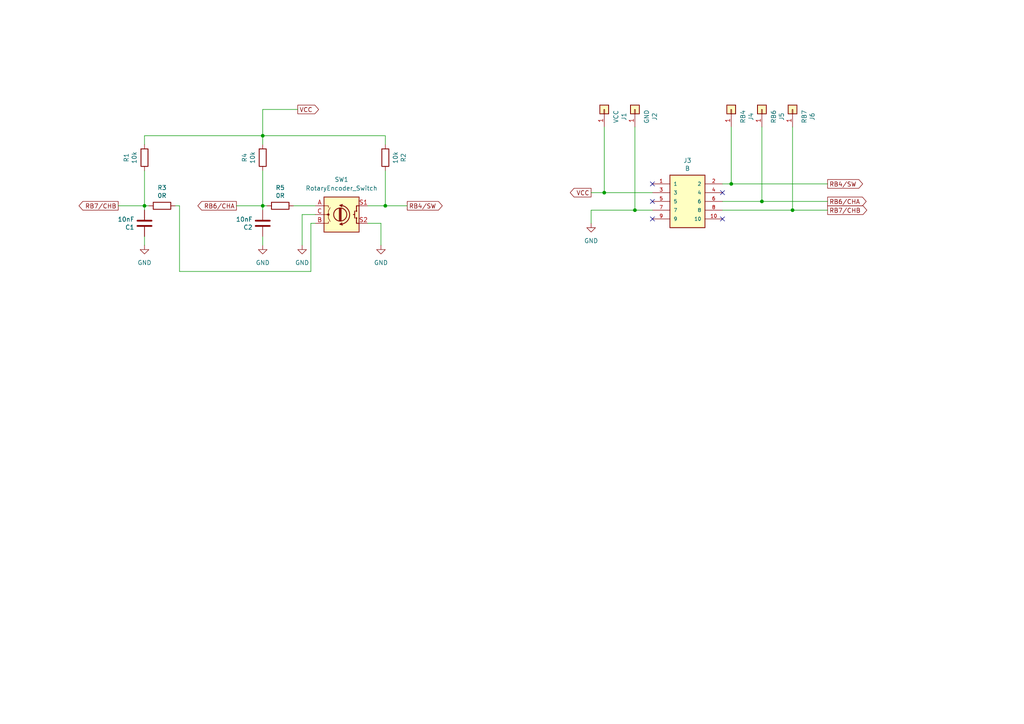
<source format=kicad_sch>
(kicad_sch (version 20211123) (generator eeschema)
  (paper "A4")
  (title_block (title "Rotary encoder for Input Sel V2b") (date "2022-04-27") (rev "V1"))
  (lib_symbols
    (symbol "Connector_Generic:Conn_01x01" (pin_names (offset 1.016) hide)
      (property "Reference" "J" (at 0 2.54 0))
      (property "Value" "Conn_01x01" (at 0 -2.54 0))
      (symbol "Conn_01x01_1_1"
        (rectangle (start -1.27 0.127) (end 0 -0.127) (stroke (width 0.1524)))
        (rectangle (start -1.27 1.27) (end 1.27 -1.27) (stroke (width 0.254)) (fill (type background)))
        (pin passive line (at -5.08 0 0) (length 3.81) (name "Pin_1") (number "1"))
      )
    )
    (symbol "Device:C" (pin_numbers hide) (pin_names (offset 0.254))
      (property "Reference" "C" (at 0.635 2.54 0))
      (property "Value" "C" (at 0.635 -2.54 0))
      (symbol "C_0_1"
        (polyline (pts (xy -2.032 -0.762) (xy 2.032 -0.762)) (stroke (width 0.508)))
        (polyline (pts (xy -2.032 0.762) (xy 2.032 0.762)) (stroke (width 0.508)))
      )
      (symbol "C_1_1"
        (pin passive line (at 0 3.81 270) (length 2.794) (name "~") (number "1"))
        (pin passive line (at 0 -3.81 90) (length 2.794) (name "~") (number "2"))
      )
    )
    (symbol "Device:R" (pin_numbers hide) (pin_names (offset 0))
      (property "Reference" "R" (at 2.032 0 90))
      (property "Value" "R" (at 0 0 90))
      (symbol "R_0_1"
        (rectangle (start -1.016 -2.54) (end 1.016 2.54) (stroke (width 0.254)))
      )
      (symbol "R_1_1"
        (pin passive line (at 0 3.81 270) (length 1.27) (name "~") (number "1"))
        (pin passive line (at 0 -3.81 90) (length 1.27) (name "~") (number "2"))
      )
    )
    (symbol "Device:RotaryEncoder_Switch" (pin_names (offset 0.254) hide)
      (property "Reference" "SW" (at 0 6.604 0))
      (property "Value" "RotaryEncoder_Switch" (at 0 -6.604 0))
      (symbol "RotaryEncoder_Switch_0_1"
        (rectangle (start -5.08 5.08) (end 5.08 -5.08) (stroke (width 0.254)) (fill (type background)))
        (circle (center -3.81 0) (radius 0.254) (fill (type outline)))
        (arc (start -0.381 -2.794) (mid 2.3622 -0.0635) (end -0.381 2.667) (stroke (width 0.254)))
        (circle (center -0.381 0) (radius 1.905) (stroke (width 0.254)))
        (polyline (pts (xy -0.635 -1.778) (xy -0.635 1.778)) (stroke (width 0.254)))
        (polyline (pts (xy -0.381 -1.778) (xy -0.381 1.778)) (stroke (width 0.254)))
        (polyline (pts (xy -0.127 1.778) (xy -0.127 -1.778)) (stroke (width 0.254)))
        (polyline (pts (xy 3.81 0) (xy 3.429 0)) (stroke (width 0.254)))
        (polyline (pts (xy 3.81 1.016) (xy 3.81 -1.016)) (stroke (width 0.254)))
        (polyline (pts (xy -5.08 -2.54) (xy -3.81 -2.54) (xy -3.81 -2.032)))
        (polyline (pts (xy -5.08 2.54) (xy -3.81 2.54) (xy -3.81 2.032)))
        (polyline (pts (xy 0.254 -3.048) (xy -0.508 -2.794) (xy 0.127 -2.413)) (stroke (width 0.254)))
        (polyline (pts (xy 0.254 2.921) (xy -0.508 2.667) (xy 0.127 2.286)) (stroke (width 0.254)))
        (polyline (pts (xy 5.08 -2.54) (xy 4.318 -2.54) (xy 4.318 -1.016)) (stroke (width 0.254)))
        (polyline (pts (xy 5.08 2.54) (xy 4.318 2.54) (xy 4.318 1.016)) (stroke (width 0.254)))
        (polyline (pts (xy -5.08 0) (xy -3.81 0) (xy -3.81 -1.016) (xy -3.302 -2.032)))
        (polyline (pts (xy -4.318 0) (xy -3.81 0) (xy -3.81 1.016) (xy -3.302 2.032)))
        (circle (center 4.318 -1.016) (radius 0.127) (stroke (width 0.254)))
        (circle (center 4.318 1.016) (radius 0.127) (stroke (width 0.254)))
      )
      (symbol "RotaryEncoder_Switch_1_1"
        (pin passive line (at -7.62 2.54 0) (length 2.54) (name "A") (number "A"))
        (pin passive line (at -7.62 -2.54 0) (length 2.54) (name "B") (number "B"))
        (pin passive line (at -7.62 0 0) (length 2.54) (name "C") (number "C"))
        (pin passive line (at 7.62 2.54 180) (length 2.54) (name "S1") (number "S1"))
        (pin passive line (at 7.62 -2.54 180) (length 2.54) (name "S2") (number "S2"))
      )
    )
    (symbol "kicad-snk:TE_CONN_RCPT_10POS_0.1_TIN_PCB" (pin_names (offset 1.016))
      (property "Reference" "J" (at -5.08 8.255 0))
      (property "Value" "TE_CONN_RCPT_10POS_0.1_TIN_PCB" (at -5.08 -10.1854 0))
      (symbol "TE_CONN_RCPT_10POS_0.1_TIN_PCB_0_0"
        (rectangle (start -5.08 -7.62) (end 5.08 7.62) (stroke (width 0.254)) (fill (type background)))
        (pin passive line (at -10.16 5.08 0) (length 5.08) (name "1") (number "1"))
        (pin passive line (at 10.16 -5.08 180) (length 5.08) (name "10") (number "10"))
        (pin passive line (at 10.16 5.08 180) (length 5.08) (name "2") (number "2"))
        (pin passive line (at -10.16 2.54 0) (length 5.08) (name "3") (number "3"))
        (pin passive line (at 10.16 2.54 180) (length 5.08) (name "4") (number "4"))
        (pin passive line (at -10.16 0 0) (length 5.08) (name "5") (number "5"))
        (pin passive line (at 10.16 0 180) (length 5.08) (name "6") (number "6"))
        (pin passive line (at -10.16 -2.54 0) (length 5.08) (name "7") (number "7"))
        (pin passive line (at 10.16 -2.54 180) (length 5.08) (name "8") (number "8"))
        (pin passive line (at -10.16 -5.08 0) (length 5.08) (name "9") (number "9"))
      )
    )
    (symbol "power:GND" (power) (pin_names (offset 0))
      (property "Value" "GND" (at 0 -3.81 0))
      (symbol "GND_0_1"
        (polyline (pts (xy 0 0) (xy 0 -1.27) (xy 1.27 -1.27) (xy 0 -2.54) (xy -1.27 -1.27) (xy 0 -1.27)))
      )
      (symbol "GND_1_1"
        (pin power_in line (at 0 0 270) (length 0) hide (name "GND") (number "1"))
      )
    )
  )
  (junction (at 76.2 39.37))
  (junction (at 220.98 58.42))
  (junction (at 111.76 59.69))
  (junction (at 76.2 59.69))
  (junction (at 175.26 55.88))
  (junction (at 184.15 60.96))
  (junction (at 212.09 53.34))
  (junction (at 229.87 60.96))
  (junction (at 41.91 59.69))
  (no_connect (at 209.55 55.88))
  (no_connect (at 209.55 63.5))
  (no_connect (at 189.23 63.5))
  (no_connect (at 189.23 58.42))
  (no_connect (at 189.23 53.34))
  (wire (pts (xy 68.58 59.69) (xy 76.2 59.69)))
  (wire (pts (xy 76.2 39.37) (xy 111.76 39.37)))
  (wire (pts (xy 76.2 59.69) (xy 76.2 60.96)))
  (wire (pts (xy 91.44 62.23) (xy 87.63 62.23)))
  (wire (pts (xy 43.18 59.69) (xy 41.91 59.69)))
  (wire (pts (xy 41.91 39.37) (xy 41.91 41.91)))
  (wire (pts (xy 76.2 39.37) (xy 76.2 41.91)))
  (wire (pts (xy 76.2 68.58) (xy 76.2 71.12)))
  (wire (pts (xy 229.87 36.83) (xy 229.87 60.96)))
  (wire (pts (xy 220.98 36.83) (xy 220.98 58.42)))
  (wire (pts (xy 76.2 31.75) (xy 76.2 39.37)))
  (wire (pts (xy 184.15 60.96) (xy 189.23 60.96)))
  (wire (pts (xy 175.26 36.83) (xy 175.26 55.88)))
  (wire (pts (xy 111.76 59.69) (xy 118.11 59.69)))
  (wire (pts (xy 171.45 55.88) (xy 175.26 55.88)))
  (wire (pts (xy 110.49 64.77) (xy 110.49 71.12)))
  (wire (pts (xy 212.09 53.34) (xy 240.03 53.34)))
  (wire (pts (xy 212.09 36.83) (xy 212.09 53.34)))
  (wire (pts (xy 171.45 60.96) (xy 171.45 64.77)))
  (wire (pts (xy 41.91 39.37) (xy 76.2 39.37)))
  (wire (pts (xy 229.87 60.96) (xy 240.03 60.96)))
  (wire (pts (xy 111.76 59.69) (xy 111.76 49.53)))
  (wire (pts (xy 85.09 59.69) (xy 91.44 59.69)))
  (wire (pts (xy 50.8 59.69) (xy 52.07 59.69)))
  (wire (pts (xy 52.07 59.69) (xy 52.07 78.74)))
  (wire (pts (xy 90.17 64.77) (xy 91.44 64.77)))
  (wire (pts (xy 220.98 58.42) (xy 240.03 58.42)))
  (wire (pts (xy 87.63 62.23) (xy 87.63 71.12)))
  (wire (pts (xy 209.55 58.42) (xy 220.98 58.42)))
  (wire (pts (xy 76.2 49.53) (xy 76.2 59.69)))
  (wire (pts (xy 52.07 78.74) (xy 90.17 78.74)))
  (wire (pts (xy 41.91 49.53) (xy 41.91 59.69)))
  (wire (pts (xy 41.91 68.58) (xy 41.91 71.12)))
  (wire (pts (xy 209.55 60.96) (xy 229.87 60.96)))
  (wire (pts (xy 34.29 59.69) (xy 41.91 59.69)))
  (wire (pts (xy 106.68 59.69) (xy 111.76 59.69)))
  (wire (pts (xy 77.47 59.69) (xy 76.2 59.69)))
  (wire (pts (xy 111.76 41.91) (xy 111.76 39.37)))
  (wire (pts (xy 86.36 31.75) (xy 76.2 31.75)))
  (wire (pts (xy 175.26 55.88) (xy 189.23 55.88)))
  (wire (pts (xy 41.91 59.69) (xy 41.91 60.96)))
  (wire (pts (xy 171.45 60.96) (xy 184.15 60.96)))
  (wire (pts (xy 209.55 53.34) (xy 212.09 53.34)))
  (wire (pts (xy 90.17 78.74) (xy 90.17 64.77)))
  (wire (pts (xy 184.15 36.83) (xy 184.15 60.96)))
  (wire (pts (xy 110.49 64.77) (xy 106.68 64.77)))
  (global_label "RB4{slash}SW" (shape output) (at 118.11 59.69 0) (property "Intersheet References" "${INTERSHEET_REFS}" (effects hide)))
  (global_label "RB7{slash}CHB" (shape output) (at 240.03 60.96 0) (property "Intersheet References" "${INTERSHEET_REFS}" (effects hide)))
  (global_label "RB7{slash}CHB" (shape output) (at 34.29 59.69 180) (property "Intersheet References" "${INTERSHEET_REFS}" (effects hide)))
  (global_label "RB6{slash}CHA" (shape output) (at 68.58 59.69 180) (property "Intersheet References" "${INTERSHEET_REFS}" (effects hide)))
  (global_label "RB4{slash}SW" (shape output) (at 240.03 53.34 0) (property "Intersheet References" "${INTERSHEET_REFS}" (effects hide)))
  (global_label "VCC" (shape output) (at 171.45 55.88 180) (property "Intersheet References" "${INTERSHEET_REFS}" (effects hide)))
  (global_label "VCC" (shape output) (at 86.36 31.75 0) (property "Intersheet References" "${INTERSHEET_REFS}" (effects hide)))
  (global_label "RB6{slash}CHA" (shape output) (at 240.03 58.42 0) (property "Intersheet References" "${INTERSHEET_REFS}" (effects hide)))
  (symbol (lib_id "Device:C") (at 41.91 64.77 180) (unit 1)
    (property "Reference" "C1" (at 38.989 65.9384 0) (effects (justify left)))
    (property "Value" "10nF" (at 38.989 63.627 0) (effects (justify left)))
    (property "Footprint" "Capacitor_SMD:C_0603_1608Metric_Pad1.08x0.95mm_HandSolder" (effects hide))
    (property "manf#" "CL10B103KB8NNNC" (effects hide))
  )
  (symbol (lib_id "Connector_Generic:Conn_01x01") (at 175.26 31.75 90) (unit 1)
    (property "Reference" "J1" (at 180.975 33.8328 0))
    (property "Value" "VCC" (at 178.6636 33.8328 0))
    (property "Footprint" "Connector_Pin:Pin_D1.0mm_L10.0mm" (effects hide))
  )
  (symbol (lib_id "Device:R") (at 81.28 59.69 270) (unit 1)
    (property "Reference" "R5" (at 81.28 54.4322 90))
    (property "Value" "0R" (at 81.28 56.7436 90))
    (property "Footprint" "Resistor_SMD:R_0603_1608Metric_Pad0.98x0.95mm_HandSolder" (effects hide))
    (property "manf#" "RT0603FRE074K99L" (effects hide))
  )
  (symbol (lib_id "Device:C") (at 76.2 64.77 180) (unit 1)
    (property "Reference" "C2" (at 73.279 65.9384 0) (effects (justify left)))
    (property "Value" "10nF" (at 73.279 63.627 0) (effects (justify left)))
    (property "Footprint" "Capacitor_SMD:C_0603_1608Metric_Pad1.08x0.95mm_HandSolder" (effects hide))
    (property "manf#" "CL10B103KB8NNNC" (effects hide))
  )
  (symbol (lib_id "Connector_Generic:Conn_01x01") (at 220.98 31.75 90) (unit 1)
    (property "Reference" "J5" (at 226.695 33.8328 0))
    (property "Value" "RB6" (at 224.3836 33.8328 0))
    (property "Footprint" "Connector_Pin:Pin_D1.0mm_L10.0mm" (effects hide))
  )
  (symbol (lib_id "power:GND") (at 87.63 71.12 0) (unit 1)
    (property "Reference" "#PWR0104" (effects hide))
    (property "Value" "GND" (at 87.63 76.2 0))
  )
  (symbol (lib_id "Connector_Generic:Conn_01x01") (at 229.87 31.75 90) (unit 1)
    (property "Reference" "J6" (at 235.585 33.8328 0))
    (property "Value" "RB7" (at 233.2736 33.8328 0))
    (property "Footprint" "Connector_Pin:Pin_D1.0mm_L10.0mm" (effects hide))
  )
  (symbol (lib_id "kicad-snk:TE_CONN_RCPT_10POS_0.1_TIN_PCB") (at 199.39 58.42 0) (unit 1)
    (property "Reference" "J3" (at 199.39 46.5582 0))
    (property "Value" "B" (at 199.39 48.8696 0))
    (property "Footprint" "kicad-snk:TE_CONN_RCPT_10POS_0.1_TIN_PCB" (effects hide))
    (property "Comment" "1-338068-0" (effects hide))
    (property "EU_RoHS_Compliance" "Compliant" (effects hide))
    (property "manf#" "1-215079-0" (effects hide))
  )
  (symbol (lib_id "Device:R") (at 76.2 45.72 0) (unit 1)
    (property "Reference" "R4" (at 70.9422 45.72 90))
    (property "Value" "10k" (at 73.2536 45.72 90))
    (property "Footprint" "Resistor_SMD:R_0603_1608Metric_Pad0.98x0.95mm_HandSolder" (effects hide))
    (property "manf#" "RT0603FRE074K99L" (effects hide))
  )
  (symbol (lib_id "Connector_Generic:Conn_01x01") (at 212.09 31.75 90) (unit 1)
    (property "Reference" "J4" (at 217.805 33.8328 0))
    (property "Value" "RB4" (at 215.4936 33.8328 0))
    (property "Footprint" "Connector_Pin:Pin_D1.0mm_L10.0mm" (effects hide))
  )
  (symbol (lib_id "Device:R") (at 46.99 59.69 270) (unit 1)
    (property "Reference" "R3" (at 46.99 54.4322 90))
    (property "Value" "0R" (at 46.99 56.7436 90))
    (property "Footprint" "Resistor_SMD:R_0603_1608Metric_Pad0.98x0.95mm_HandSolder" (effects hide))
    (property "manf#" "RT0603FRE074K99L" (effects hide))
  )
  (symbol (lib_id "Device:RotaryEncoder_Switch") (at 99.06 62.23 0) (unit 1)
    (property "Reference" "SW1" (at 99.06 52.07 0))
    (property "Value" "RotaryEncoder_Switch" (at 99.06 54.61 0))
    (property "Footprint" "Rotary_Encoder:RotaryEncoder_Alps_EC11E-Switch_Vertical_H20mm" (effects hide))
  )
  (symbol (lib_id "power:GND") (at 171.45 64.77 0) (unit 1)
    (property "Reference" "#PWR0102" (effects hide))
    (property "Value" "GND" (at 171.45 69.85 0))
  )
  (symbol (lib_id "power:GND") (at 110.49 71.12 0) (unit 1)
    (property "Reference" "#PWR0105" (effects hide))
    (property "Value" "GND" (at 110.49 76.2 0))
  )
  (symbol (lib_id "power:GND") (at 41.91 71.12 0) (unit 1)
    (property "Reference" "#PWR0101" (effects hide))
    (property "Value" "GND" (at 41.91 76.2 0))
  )
  (symbol (lib_id "Connector_Generic:Conn_01x01") (at 184.15 31.75 90) (unit 1)
    (property "Reference" "J2" (at 189.865 33.8328 0))
    (property "Value" "GND" (at 187.5536 33.8328 0))
    (property "Footprint" "Connector_Pin:Pin_D1.0mm_L10.0mm" (effects hide))
  )
  (symbol (lib_id "Device:R") (at 41.91 45.72 0) (unit 1)
    (property "Reference" "R1" (at 36.6522 45.72 90))
    (property "Value" "10k" (at 38.9636 45.72 90))
    (property "Footprint" "Resistor_SMD:R_0603_1608Metric_Pad0.98x0.95mm_HandSolder" (effects hide))
    (property "manf#" "RT0603FRE074K99L" (effects hide))
  )
  (symbol (lib_id "Device:R") (at 111.76 45.72 180) (unit 1)
    (property "Reference" "R2" (at 117.0178 45.72 90))
    (property "Value" "10k" (at 114.7064 45.72 90))
    (property "Footprint" "Resistor_SMD:R_0603_1608Metric_Pad0.98x0.95mm_HandSolder" (effects hide))
    (property "manf#" "RT0603FRE074K99L" (effects hide))
  )
  (symbol (lib_id "power:GND") (at 76.2 71.12 0) (unit 1)
    (property "Reference" "#PWR0103" (effects hide))
    (property "Value" "GND" (at 76.2 76.2 0))
  )
)
</source>
